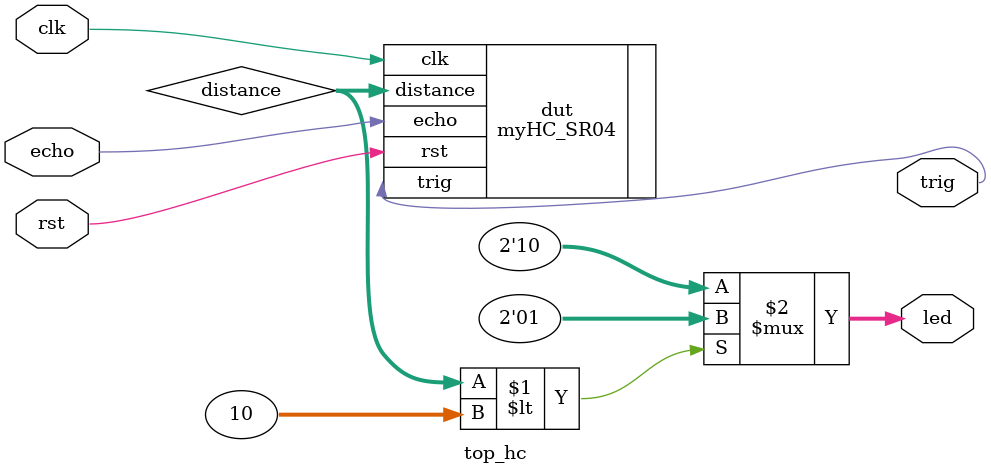
<source format=v>
module top_hc(
    input clk,
    input rst,
    input echo,
    output trig,
    output [1:0] led
    );

    wire [$clog2(400)-1:0] distance;

    myHC_SR04 dut(
    .clk(clk),
    .echo(echo),
    .rst(rst),
    .trig(trig),
    .distance(distance)
    );



    assign led = distance < 10 ? 2'b01 : 2'b10;
    
endmodule

</source>
